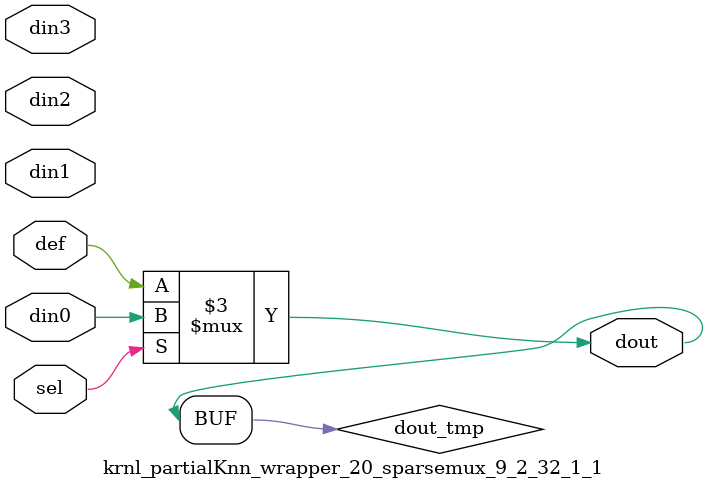
<source format=v>
`timescale 1ns / 1ps

module krnl_partialKnn_wrapper_20_sparsemux_9_2_32_1_1 (din0,din1,din2,din3,def,sel,dout);

parameter din0_WIDTH = 1;

parameter din1_WIDTH = 1;

parameter din2_WIDTH = 1;

parameter din3_WIDTH = 1;

parameter def_WIDTH = 1;
parameter sel_WIDTH = 1;
parameter dout_WIDTH = 1;

parameter [sel_WIDTH-1:0] CASE0 = 1;

parameter [sel_WIDTH-1:0] CASE1 = 1;

parameter [sel_WIDTH-1:0] CASE2 = 1;

parameter [sel_WIDTH-1:0] CASE3 = 1;

parameter ID = 1;
parameter NUM_STAGE = 1;



input [din0_WIDTH-1:0] din0;

input [din1_WIDTH-1:0] din1;

input [din2_WIDTH-1:0] din2;

input [din3_WIDTH-1:0] din3;

input [def_WIDTH-1:0] def;
input [sel_WIDTH-1:0] sel;

output [dout_WIDTH-1:0] dout;



reg [dout_WIDTH-1:0] dout_tmp;

always @ (*) begin
case (sel)
    
    CASE0 : dout_tmp = din0;
    
    CASE1 : dout_tmp = din1;
    
    CASE2 : dout_tmp = din2;
    
    CASE3 : dout_tmp = din3;
    
    default : dout_tmp = def;
endcase
end


assign dout = dout_tmp;



endmodule

</source>
